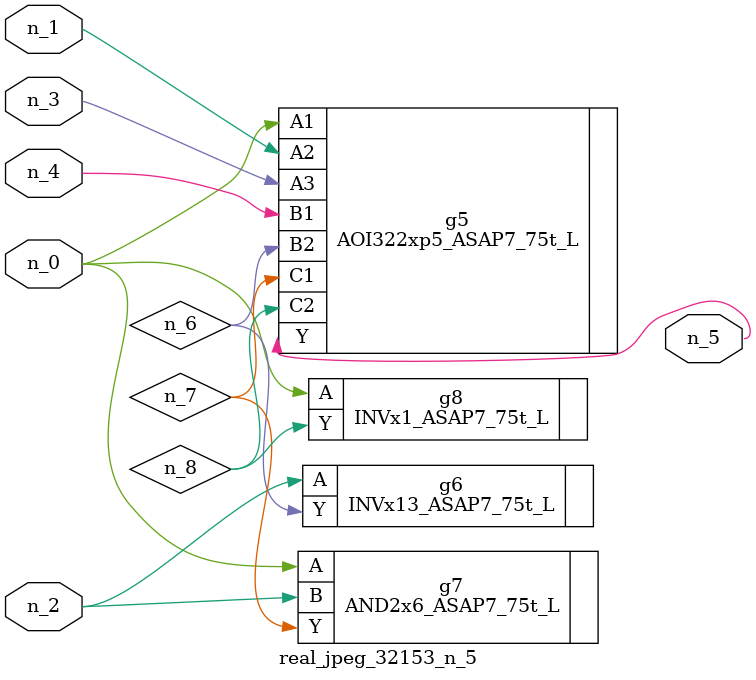
<source format=v>
module real_jpeg_32153_n_5 (n_4, n_0, n_1, n_2, n_3, n_5);

input n_4;
input n_0;
input n_1;
input n_2;
input n_3;

output n_5;

wire n_8;
wire n_6;
wire n_7;

AOI322xp5_ASAP7_75t_L g5 ( 
.A1(n_0),
.A2(n_1),
.A3(n_3),
.B1(n_4),
.B2(n_6),
.C1(n_7),
.C2(n_8),
.Y(n_5)
);

AND2x6_ASAP7_75t_L g7 ( 
.A(n_0),
.B(n_2),
.Y(n_7)
);

INVx1_ASAP7_75t_L g8 ( 
.A(n_0),
.Y(n_8)
);

INVx13_ASAP7_75t_L g6 ( 
.A(n_2),
.Y(n_6)
);


endmodule
</source>
